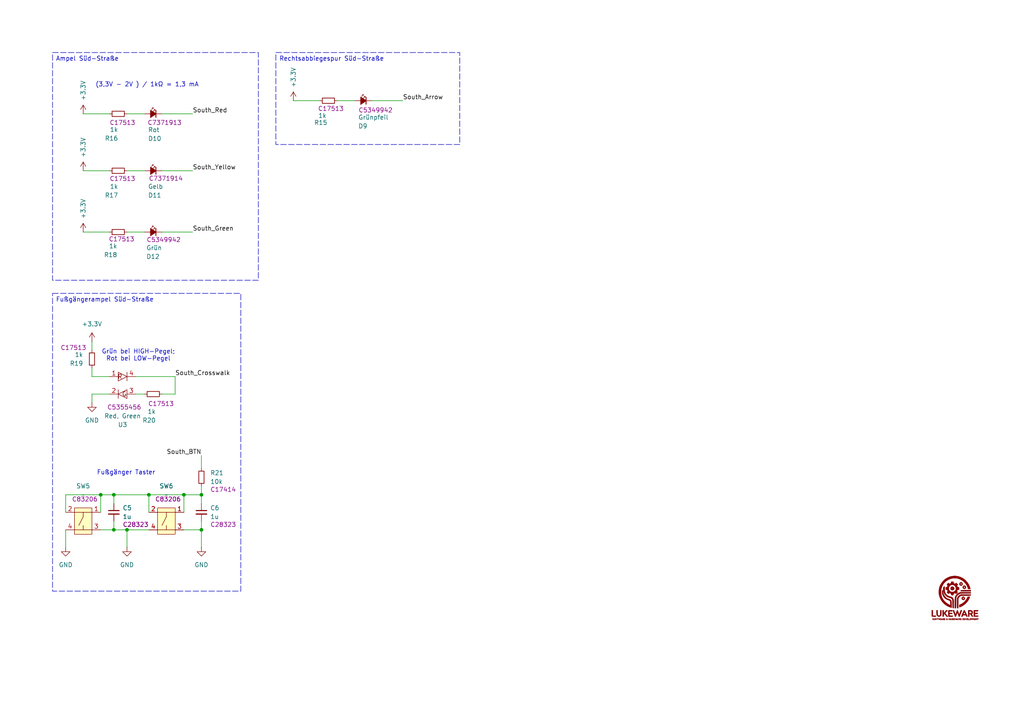
<source format=kicad_sch>
(kicad_sch (version 20231120) (generator "eeschema") (generator_version "8.0")
  (paper "A4")
  (title_block (title "SignalFlowLab") (date "2025-02-26") (rev "V 1.1") (company "LukeWare"))
  (lib_symbols
    (symbol "0_SignalFlowLab:A-SC6302R6AGHC-A03-2T"
      (property "Reference" "U" (at 0 0 0))
      (property "Value" "Red, Green" (at 0 0 0))
      (property "LCSC" " C5355456" (at 0 0 0))
      (symbol "A-SC6302R6AGHC-A03-2T_1_0"
        (pin power_in line (at -1.27 3.81 0) (length 2.54) (name "") (number "1"))
        (pin passive line (at -1.27 8.89 0) (length 2.54) (name "") (number "2"))
        (pin power_in line (at 6.35 8.89 180) (length 2.54) (name "") (number "3"))
        (pin passive line (at 6.35 3.81 180) (length 2.54) (name "") (number "4"))
      )
      (symbol "A-SC6302R6AGHC-A03-2T_1_1"
        (text "G" (at 3.048 8.89 0) (effects (font (size 1.27 1.27))))
        (text "R" (at 1.778 3.81 0) (effects (font (size 1.27 1.27))))
      )
    )
    (symbol "0_SignalFlowLab:K2-6639SP-C4SC-04"
      (property "Reference" "SW" (at 5.08 7.874 0))
      (property "LCSC" " C83206" (at 0 0 0))
      (symbol "K2-6639SP-C4SC-04_0_0"
        (pin passive line (at 0 0 0) (length 2.54) (name "") (number "1"))
        (pin passive line (at 10.16 0 180) (length 2.54) (name "") (number "2"))
        (pin passive line (at 0 5.08 0) (length 2.54) (name "") (number "3"))
        (pin passive line (at 10.16 5.08 180) (length 2.54) (name "") (number "4"))
      )
    )
    (symbol "0_SignalFlowLab:LOGO" (pin_names (offset 1.016)))
    (symbol "Device:C_Small" (pin_numbers hide) (pin_names (offset 0.254) hide)
      (property "Reference" "C" (at 0.254 1.778 0))
      (property "Value" "C_Small" (at 0.254 -2.032 0))
      (symbol "C_Small_1_1"
        (pin passive line (at 0 2.54 270) (length 2.032) (name "~") (number "1"))
        (pin passive line (at 0 -2.54 90) (length 2.032) (name "~") (number "2"))
      )
    )
    (symbol "Device:LED_Small_Filled" (pin_numbers hide) (pin_names (offset 0.254) hide)
      (property "Reference" "D" (at -1.27 3.175 0))
      (property "Value" "LED_Small_Filled" (at -4.445 -2.54 0))
      (symbol "LED_Small_Filled_1_1"
        (pin passive line (at -2.54 0 0) (length 1.778) (name "K") (number "1"))
        (pin passive line (at 2.54 0 180) (length 1.778) (name "A") (number "2"))
      )
    )
    (symbol "Device:R_Small" (pin_numbers hide) (pin_names (offset 0.254) hide)
      (property "Reference" "R" (at 0.762 0.508 0))
      (property "Value" "R_Small" (at 0.762 -1.016 0))
      (symbol "R_Small_1_1"
        (pin passive line (at 0 2.54 270) (length 0.762) (name "~") (number "1"))
        (pin passive line (at 0 -2.54 90) (length 0.762) (name "~") (number "2"))
      )
    )
    (symbol "power:+3.3V" (power) (pin_numbers hide) (pin_names (offset 0) hide)
      (property "Value" "+3.3V" (at 0 3.556 0))
      (symbol "+3.3V_1_1"
        (pin power_in line (at 0 0 90) (length 0) (name "~") (number "1"))
      )
    )
    (symbol "power:GND" (power) (pin_numbers hide) (pin_names (offset 0) hide)
      (property "Value" "GND" (at 0 -3.81 0))
      (symbol "GND_1_1"
        (pin power_in line (at 0 0 270) (length 0) (name "~") (number "1"))
      )
    )
  )
  (junction (at 33.02 153.67))
  (junction (at 58.42 153.67))
  (junction (at 33.02 143.51))
  (junction (at 29.21 143.51))
  (junction (at 43.18 143.51))
  (junction (at 53.34 143.51))
  (junction (at 36.83 153.67))
  (junction (at 58.42 143.51))
  (wire (pts (xy 58.42 151.13) (xy 58.42 153.67)))
  (wire (pts (xy 26.67 114.3) (xy 31.75 114.3)))
  (wire (pts (xy 107.95 29.21) (xy 116.84 29.21)))
  (wire (pts (xy 33.02 151.13) (xy 33.02 153.67)))
  (wire (pts (xy 97.79 29.21) (xy 102.87 29.21)))
  (wire (pts (xy 29.21 143.51) (xy 29.21 148.59)))
  (wire (pts (xy 19.05 143.51) (xy 19.05 148.59)))
  (wire (pts (xy 24.13 49.53) (xy 31.75 49.53)))
  (wire (pts (xy 19.05 153.67) (xy 19.05 158.75)))
  (wire (pts (xy 46.99 49.53) (xy 55.88 49.53)))
  (wire (pts (xy 53.34 153.67) (xy 58.42 153.67)))
  (wire (pts (xy 36.83 33.02) (xy 41.91 33.02)))
  (wire (pts (xy 31.75 109.22) (xy 26.67 109.22)))
  (wire (pts (xy 26.67 116.84) (xy 26.67 114.3)))
  (wire (pts (xy 53.34 143.51) (xy 58.42 143.51)))
  (wire (pts (xy 36.83 49.53) (xy 41.91 49.53)))
  (wire (pts (xy 29.21 143.51) (xy 33.02 143.51)))
  (wire (pts (xy 58.42 153.67) (xy 58.42 158.75)))
  (wire (pts (xy 46.99 114.3) (xy 50.8 114.3)))
  (wire (pts (xy 43.18 143.51) (xy 43.18 148.59)))
  (wire (pts (xy 50.8 109.22) (xy 39.37 109.22)))
  (wire (pts (xy 29.21 153.67) (xy 33.02 153.67)))
  (wire (pts (xy 33.02 143.51) (xy 43.18 143.51)))
  (wire (pts (xy 58.42 132.08) (xy 58.42 135.89)))
  (wire (pts (xy 58.42 140.97) (xy 58.42 143.51)))
  (wire (pts (xy 33.02 153.67) (xy 36.83 153.67)))
  (wire (pts (xy 26.67 99.06) (xy 26.67 101.6)))
  (wire (pts (xy 36.83 67.31) (xy 41.91 67.31)))
  (wire (pts (xy 33.02 143.51) (xy 33.02 146.05)))
  (wire (pts (xy 36.83 153.67) (xy 43.18 153.67)))
  (wire (pts (xy 26.67 106.68) (xy 26.67 109.22)))
  (wire (pts (xy 24.13 33.02) (xy 31.75 33.02)))
  (wire (pts (xy 36.83 153.67) (xy 36.83 158.75)))
  (wire (pts (xy 39.37 114.3) (xy 41.91 114.3)))
  (wire (pts (xy 58.42 146.05) (xy 58.42 143.51)))
  (wire (pts (xy 46.99 33.02) (xy 55.88 33.02)))
  (wire (pts (xy 85.09 29.21) (xy 92.71 29.21)))
  (wire (pts (xy 50.8 114.3) (xy 50.8 109.22)))
  (wire (pts (xy 46.99 67.31) (xy 55.88 67.31)))
  (wire (pts (xy 24.13 67.31) (xy 31.75 67.31)))
  (wire (pts (xy 43.18 143.51) (xy 53.34 143.51)))
  (wire (pts (xy 53.34 143.51) (xy 53.34 148.59)))
  (wire (pts (xy 29.21 143.51) (xy 19.05 143.51)))
  (text_box "Fußgängerampel Süd-Straße" (at 15.24 85.09 0) (size 54.61 86.36) (stroke (width 0) (type dash)) (effects (font (size 1.27 1.27)) (justify left top)))
  (text_box "Rechtsabbiegespur Süd-Straße" (at 80.01 15.24 0) (size 53.34 26.67) (stroke (width 0) (type dash)) (effects (font (size 1.27 1.27)) (justify left top)))
  (text_box "Ampel Süd-Straße" (at 15.24 15.24 0) (size 59.69 66.04) (stroke (width 0) (type dash)) (effects (font (size 1.27 1.27)) (justify left top)))
  (text "Grün bei HIGH-Pegel;\nRot bei LOW-Pegel" (at 40.132 103.124 0) (effects (font (size 1.27 1.27))))
  (text "Fußgänger Taster" (at 36.576 137.16 0) (effects (font (size 1.27 1.27))))
  (text "(3,3V - 2V ) / 1kΩ = 1,3 mA" (at 42.672 24.638 0) (effects (font (size 1.27 1.27))))
  (label "South_Crosswalk" (at 50.8 109.22 0))
  (label "South_Yellow" (at 55.88 49.53 0))
  (label "South_BTN" (at 58.42 132.08 180))
  (label "South_Green" (at 55.88 67.31 0))
  (label "South_Red" (at 55.88 33.02 0))
  (label "South_Arrow" (at 116.84 29.21 0))
  (symbol (lib_id "Device:R_Small") (at 44.45 114.3 90) (mirror x) (unit 1)
    (property "Reference" "R20" (at 45.212 121.92 90) (effects (justify left)))
    (property "Value" "1k" (at 45.212 119.38 90) (effects (justify left)))
    (property "Footprint" "Resistor_SMD:R_0805_2012Metric" (effects (hide yes)))
    (property "Description" "Resistor, small symbol" (effects (hide yes)))
    (property "LCSC" " C17513" (at 46.228 117.094 90))
  )
  (symbol (lib_id "power:GND") (at 36.83 158.75 0) (unit 1)
    (property "Reference" "#PWR033" (effects (hide yes)))
    (property "Value" "GND" (at 36.83 163.83 0))
    (property "Description" "Power symbol creates a global label with name \"GND\" , ground" (effects (hide yes)))
  )
  (symbol (lib_id "power:+3.3V") (at 24.13 49.53 0) (unit 1)
    (property "Reference" "#PWR028" (effects (hide yes)))
    (property "Value" "+3.3V" (at 24.1299 45.72 90) (effects (justify left)))
    (property "Description" "Power symbol creates a global label with name \"+3.3V\"" (effects (hide yes)))
  )
  (symbol (lib_id "0_SignalFlowLab:K2-6639SP-C4SC-04") (at 29.21 148.59 180) (unit 1)
    (property "Reference" "SW5" (at 24.13 140.97 0))
    (property "Value" "~" (at 24.13 143.51 0))
    (property "Footprint" "0_SignalFlowLab:K2-6639SP-C4SC-04" (effects (hide yes)))
    (property "Description" "6mm 5mm Round Button 50mA Standing paste 6mm SPST 100MΩ 1,000,000 Times 250gf 12V SMD Tactile Switches ROHS" (effects (hide yes)))
    (property "LCSC" " C83206" (at 24.13 144.78 0))
  )
  (symbol (lib_id "Device:R_Small") (at 58.42 138.43 0) (unit 1)
    (property "Reference" "R21" (at 60.96 137.1599 0) (effects (justify left)))
    (property "Value" "10k" (at 60.96 139.6999 0) (effects (justify left)))
    (property "Footprint" "Resistor_SMD:R_0805_2012Metric" (effects (hide yes)))
    (property "Description" "Resistor, small symbol" (effects (hide yes)))
    (property "LCSC" " C17414" (at 64.262 141.986 0))
  )
  (symbol (lib_id "power:GND") (at 58.42 158.75 0) (unit 1)
    (property "Reference" "#PWR034" (effects (hide yes)))
    (property "Value" "GND" (at 58.42 163.83 0))
    (property "Description" "Power symbol creates a global label with name \"GND\" , ground" (effects (hide yes)))
  )
  (symbol (lib_id "power:+3.3V") (at 85.09 29.21 0) (unit 1)
    (property "Reference" "#PWR010" (effects (hide yes)))
    (property "Value" "+3.3V" (at 85.0899 25.4 90) (effects (justify left)))
    (property "Description" "Power symbol creates a global label with name \"+3.3V\"" (effects (hide yes)))
  )
  (symbol (lib_id "Device:R_Small") (at 95.25 29.21 90) (mirror x) (unit 1)
    (property "Reference" "R15" (at 94.996 35.56 90) (effects (justify left)))
    (property "Value" "1k" (at 94.742 33.528 90) (effects (justify left)))
    (property "Footprint" "Resistor_SMD:R_0805_2012Metric" (effects (hide yes)))
    (property "Description" "Resistor, small symbol" (effects (hide yes)))
    (property "LCSC" " C17513" (at 95.504 31.4959 90))
  )
  (symbol (lib_id "power:GND") (at 19.05 158.75 0) (unit 1)
    (property "Reference" "#PWR032" (effects (hide yes)))
    (property "Value" "GND" (at 19.05 163.83 0))
    (property "Description" "Power symbol creates a global label with name \"GND\" , ground" (effects (hide yes)))
  )
  (symbol (lib_id "Device:R_Small") (at 26.67 104.14 180) (unit 1)
    (property "Reference" "R19" (at 24.13 105.4101 0) (effects (justify left)))
    (property "Value" "1k" (at 24.13 102.8701 0) (effects (justify left)))
    (property "Footprint" "Resistor_SMD:R_0805_2012Metric" (effects (hide yes)))
    (property "Description" "Resistor, small symbol" (effects (hide yes)))
    (property "LCSC" " C17513" (at 20.828 100.838 0))
  )
  (symbol (lib_id "Device:LED_Small_Filled") (at 105.41 29.21 0) (mirror y) (unit 1)
    (property "Reference" "D9" (at 103.886 36.576 0) (effects (justify right)))
    (property "Value" "Grünpfeil" (at 103.886 34.036 0) (effects (justify right)))
    (property "Footprint" "LED_SMD:LED_0805_2012Metric" (effects (hide yes)))
    (property "Description" "Light emitting diode, small symbol, filled shape" (effects (hide yes)))
    (property "LCSC" " C5349942" (at 108.458 31.9404 0))
  )
  (symbol (lib_id "power:GND") (at 26.67 116.84 0) (unit 1)
    (property "Reference" "#PWR031" (effects (hide yes)))
    (property "Value" "GND" (at 26.67 121.92 0))
    (property "Description" "Power symbol creates a global label with name \"GND\" , ground" (effects (hide yes)))
  )
  (symbol (lib_id "Device:R_Small") (at 34.29 49.53 90) (mirror x) (unit 1)
    (property "Reference" "R17" (at 34.29 56.642 90) (effects (justify left)))
    (property "Value" "1k" (at 34.29 54.102 90) (effects (justify left)))
    (property "Footprint" "Resistor_SMD:R_0805_2012Metric" (effects (hide yes)))
    (property "Description" "Resistor, small symbol" (effects (hide yes)))
    (property "LCSC" " C17513" (at 35.052 51.816 90))
  )
  (symbol (lib_id "power:+3.3V") (at 24.13 33.02 0) (unit 1)
    (property "Reference" "#PWR015" (effects (hide yes)))
    (property "Value" "+3.3V" (at 24.1299 29.21 90) (effects (justify left)))
    (property "Description" "Power symbol creates a global label with name \"+3.3V\"" (effects (hide yes)))
  )
  (symbol (lib_id "0_SignalFlowLab:A-SC6302R6AGHC-A03-2T") (at 33.02 105.41 0) (mirror x) (unit 1)
    (property "Reference" "U3" (at 35.56 123.19 0))
    (property "Value" "Red, Green" (at 35.56 120.65 0))
    (property "Footprint" "0_SignalFlowLab:A-SC6302R6AGHC-A03-2T" (effects (hide yes)))
    (property "Description" "Colorless transparent lens -40℃~+85℃ Positive Stick Red,Green 120° SMD-4P,3.5x2.8mm LED Indication - Discrete ROHS" (effects (hide yes)))
    (property "LCSC" " C5355456" (at 35.56 118.11 0))
  )
  (symbol (lib_id "power:+3.3V") (at 26.67 99.06 0) (unit 1)
    (property "Reference" "#PWR030" (effects (hide yes)))
    (property "Value" "+3.3V" (at 26.67 93.98 0))
    (property "Description" "Power symbol creates a global label with name \"+3.3V\"" (effects (hide yes)))
  )
  (symbol (lib_id "Device:R_Small") (at 34.29 67.31 90) (mirror x) (unit 1)
    (property "Reference" "R18" (at 34.036 73.914 90) (effects (justify left)))
    (property "Value" "1k" (at 34.036 71.374 90) (effects (justify left)))
    (property "Footprint" "Resistor_SMD:R_0805_2012Metric" (effects (hide yes)))
    (property "Description" "Resistor, small symbol" (effects (hide yes)))
    (property "LCSC" " C17513" (at 34.798 69.3419 90))
  )
  (symbol (lib_id "Device:LED_Small_Filled") (at 44.45 33.02 0) (mirror y) (unit 1)
    (property "Reference" "D10" (at 42.926 40.1956 0) (effects (justify right)))
    (property "Value" "Rot" (at 42.926 37.6556 0) (effects (justify right)))
    (property "Footprint" "LED_SMD:LED_0805_2012Metric" (effects (hide yes)))
    (property "Description" "Light emitting diode, small symbol, filled shape" (effects (hide yes)))
    (property "LCSC" "C7371913" (at 47.752 35.56 0))
  )
  (symbol (lib_id "power:+3.3V") (at 24.13 67.31 0) (unit 1)
    (property "Reference" "#PWR029" (effects (hide yes)))
    (property "Value" "+3.3V" (at 24.1299 63.5 90) (effects (justify left)))
    (property "Description" "Power symbol creates a global label with name \"+3.3V\"" (effects (hide yes)))
  )
  (symbol (lib_id "Device:LED_Small_Filled") (at 44.45 49.53 0) (mirror y) (unit 1)
    (property "Reference" "D11" (at 42.926 56.642 0) (effects (justify right)))
    (property "Value" "Gelb" (at 42.926 54.102 0) (effects (justify right)))
    (property "Footprint" "LED_SMD:LED_0805_2012Metric" (effects (hide yes)))
    (property "Description" "Light emitting diode, small symbol, filled shape" (effects (hide yes)))
    (property "LCSC" " C7371914" (at 42.164 51.7524 0) (effects (justify right)))
  )
  (symbol (lib_id "Device:R_Small") (at 34.29 33.02 90) (mirror x) (unit 1)
    (property "Reference" "R16" (at 34.29 40.132 90) (effects (justify left)))
    (property "Value" "1k" (at 34.29 37.592 90) (effects (justify left)))
    (property "Footprint" "Resistor_SMD:R_0805_2012Metric" (effects (hide yes)))
    (property "Description" "Resistor, small symbol" (effects (hide yes)))
    (property "LCSC" " C17513" (at 35.052 35.56 90))
  )
  (symbol (lib_id "0_SignalFlowLab:K2-6639SP-C4SC-04") (at 53.34 148.59 180) (unit 1)
    (property "Reference" "SW6" (at 48.26 140.97 0))
    (property "Value" "~" (at 48.26 143.51 0))
    (property "Footprint" "0_SignalFlowLab:K2-6639SP-C4SC-04" (effects (hide yes)))
    (property "Description" "6mm 5mm Round Button 50mA Standing paste 6mm SPST 100MΩ 1,000,000 Times 250gf 12V SMD Tactile Switches ROHS" (effects (hide yes)))
    (property "LCSC" " C83206" (at 48.26 144.78 0))
  )
  (symbol (lib_id "0_SignalFlowLab:LOGO") (at 276.86 173.99 0) (unit 1)
    (property "Reference" "#G4" (effects (hide yes)))
    (property "Value" "LOGO" (effects (hide yes)))
  )
  (symbol (lib_id "Device:C_Small") (at 33.02 148.59 0) (unit 1)
    (property "Reference" "C5" (at 35.56 147.3262 0) (effects (justify left)))
    (property "Value" "1u" (at 35.56 149.8662 0) (effects (justify left)))
    (property "Footprint" "Capacitor_SMD:C_0805_2012Metric" (effects (hide yes)))
    (property "Description" "Unpolarized capacitor, small symbol" (effects (hide yes)))
    (property "LCSC" " C28323" (at 38.862 152.146 0))
  )
  (symbol (lib_id "Device:LED_Small_Filled") (at 44.45 67.31 0) (mirror y) (unit 1)
    (property "Reference" "D12" (at 42.418 74.422 0) (effects (justify right)))
    (property "Value" "Grün" (at 42.418 71.882 0) (effects (justify right)))
    (property "Footprint" "LED_SMD:LED_0805_2012Metric" (effects (hide yes)))
    (property "Description" "Light emitting diode, small symbol, filled shape" (effects (hide yes)))
    (property "LCSC" " C5349942" (at 46.99 69.5324 0))
  )
  (symbol (lib_id "Device:C_Small") (at 58.42 148.59 0) (unit 1)
    (property "Reference" "C6" (at 60.96 147.3262 0) (effects (justify left)))
    (property "Value" "1u" (at 60.96 149.8662 0) (effects (justify left)))
    (property "Footprint" "Capacitor_SMD:C_0805_2012Metric" (effects (hide yes)))
    (property "Description" "Unpolarized capacitor, small symbol" (effects (hide yes)))
    (property "LCSC" " C28323" (at 64.262 152.146 0))
  )
)
</source>
